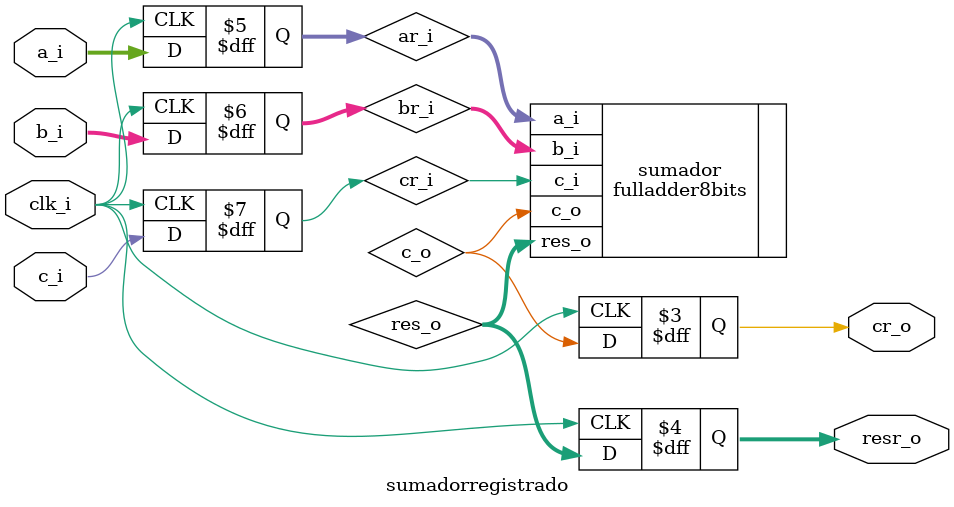
<source format=v>
module sumadorregistrado (

	input								clk_i,
	input				[7:0]		a_i,
	input				[7:0]		b_i,
	input								c_i,
	output	reg					cr_o,
	output	reg	[7:0]		resr_o

);
	
	// Declaracion de señales de salida del sumador de 8 bits
	wire						c_o;
	wire	[7:0]			res_o;			


	// Declaracion de señales registradas
	reg			[7:0]		ar_i;
	reg			[7:0]		br_i;
	reg							cr_i;	

	// Registrar las entradas FFD_1
	always @(posedge clk_i)
	begin
		ar_i <= a_i;
		br_i <= b_i;
		cr_i <= c_i;
	end
	
	// Instanciacion del sumador
	
	fulladder8bits sumador(
	

		.a_i			(ar_i),
		.b_i			(br_i),
		.c_i			(cr_i),
		.c_o			(c_o),
		.res_o		(res_o)
	

	);
	
	
	// Registrar las salidas
	always @(posedge clk_i)
	begin
		cr_o 	 <= c_o;
		resr_o <= res_o;
	end


endmodule 
</source>
